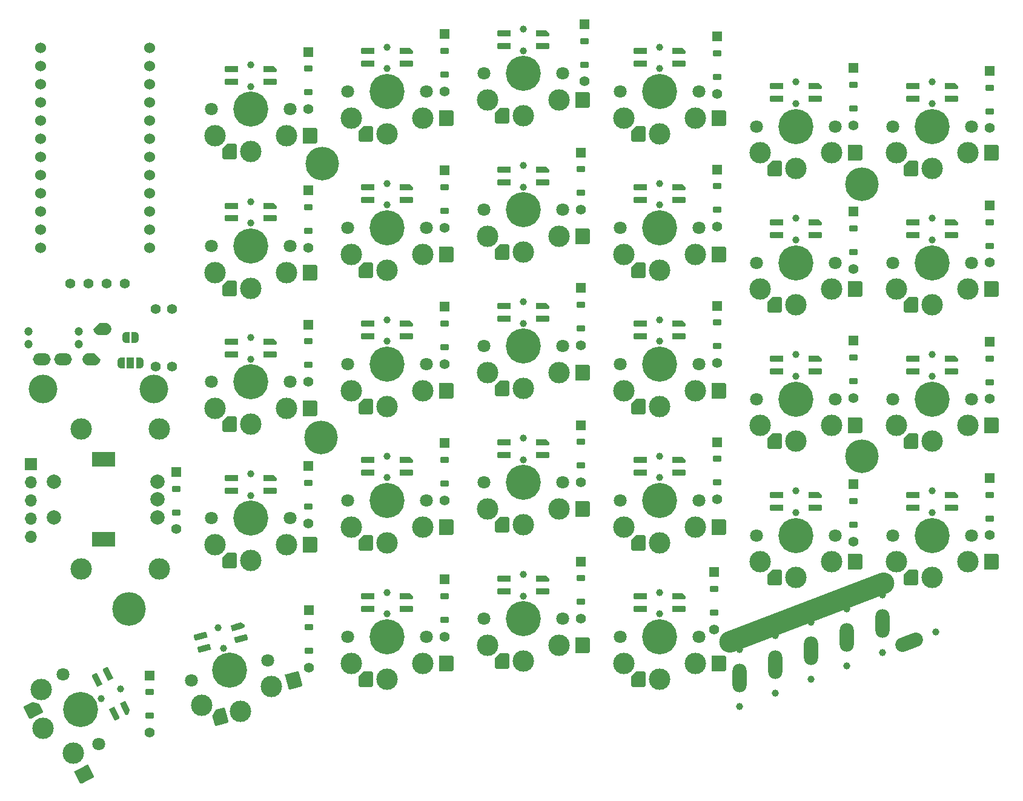
<source format=gts>
G04 #@! TF.GenerationSoftware,KiCad,Pcbnew,(7.0.0-0)*
G04 #@! TF.CreationDate,2023-04-04T19:06:55-07:00*
G04 #@! TF.ProjectId,SofleKeyboard,536f666c-654b-4657-9962-6f6172642e6b,rev?*
G04 #@! TF.SameCoordinates,Original*
G04 #@! TF.FileFunction,Soldermask,Top*
G04 #@! TF.FilePolarity,Negative*
%FSLAX46Y46*%
G04 Gerber Fmt 4.6, Leading zero omitted, Abs format (unit mm)*
G04 Created by KiCad (PCBNEW (7.0.0-0)) date 2023-04-04 19:06:55*
%MOMM*%
%LPD*%
G01*
G04 APERTURE LIST*
G04 Aperture macros list*
%AMRoundRect*
0 Rectangle with rounded corners*
0 $1 Rounding radius*
0 $2 $3 $4 $5 $6 $7 $8 $9 X,Y pos of 4 corners*
0 Add a 4 corners polygon primitive as box body*
4,1,4,$2,$3,$4,$5,$6,$7,$8,$9,$2,$3,0*
0 Add four circle primitives for the rounded corners*
1,1,$1+$1,$2,$3*
1,1,$1+$1,$4,$5*
1,1,$1+$1,$6,$7*
1,1,$1+$1,$8,$9*
0 Add four rect primitives between the rounded corners*
20,1,$1+$1,$2,$3,$4,$5,0*
20,1,$1+$1,$4,$5,$6,$7,0*
20,1,$1+$1,$6,$7,$8,$9,0*
20,1,$1+$1,$8,$9,$2,$3,0*%
%AMHorizOval*
0 Thick line with rounded ends*
0 $1 width*
0 $2 $3 position (X,Y) of the first rounded end (center of the circle)*
0 $4 $5 position (X,Y) of the second rounded end (center of the circle)*
0 Add line between two ends*
20,1,$1,$2,$3,$4,$5,0*
0 Add two circle primitives to create the rounded ends*
1,1,$1,$2,$3*
1,1,$1,$4,$5*%
%AMRotRect*
0 Rectangle, with rotation*
0 The origin of the aperture is its center*
0 $1 length*
0 $2 width*
0 $3 Rotation angle, in degrees counterclockwise*
0 Add horizontal line*
21,1,$1,$2,0,0,$3*%
%AMFreePoly0*
4,1,28,-0.850000,0.400000,-0.842219,0.514750,-0.797860,0.693119,-0.716195,0.857783,-0.601041,1.001041,-0.457783,1.116195,-0.293119,1.197860,-0.114750,1.242219,0.000000,1.250000,0.114750,1.242219,0.293119,1.197860,0.457783,1.116195,0.601041,1.001041,0.716195,0.857783,0.797860,0.693119,0.842219,0.514750,0.850000,0.400000,0.850000,-0.400000,0.000000,-1.250000,-0.114750,-1.242219,
-0.293119,-1.197860,-0.457783,-1.116195,-0.601041,-1.001041,-0.716195,-0.857783,-0.797860,-0.693119,-0.842219,-0.514750,-0.850000,-0.400000,-0.850000,0.400000,-0.850000,0.400000,$1*%
%AMFreePoly1*
4,1,28,-0.850000,0.400000,-0.842219,0.514750,-0.797860,0.693119,-0.716195,0.857783,-0.601041,1.001041,-0.457783,1.116195,-0.293119,1.197860,-0.114750,1.242219,0.000000,1.250000,0.850000,0.400000,0.850000,-0.400000,0.842219,-0.514750,0.797860,-0.693119,0.716195,-0.857783,0.601041,-1.001041,0.457783,-1.116195,0.293119,-1.197860,0.114750,-1.242219,0.000000,-1.250000,-0.114750,-1.242219,
-0.293119,-1.197860,-0.457783,-1.116195,-0.601041,-1.001041,-0.716195,-0.857783,-0.797860,-0.693119,-0.842219,-0.514750,-0.850000,-0.400000,-0.850000,0.400000,-0.850000,0.400000,$1*%
%AMFreePoly2*
4,1,18,-0.744993,0.210051,-0.729004,0.290434,-0.683470,0.358580,-0.615324,0.404114,-0.534941,0.420103,0.324890,0.420103,0.744993,0.000000,0.744993,-0.210051,0.729004,-0.290434,0.683470,-0.358580,0.615324,-0.404114,0.534941,-0.420103,-0.534941,-0.420103,-0.615324,-0.404114,-0.683470,-0.358580,-0.729004,-0.290434,-0.744993,-0.210051,-0.744993,0.210051,-0.744993,0.210051,$1*%
%AMFreePoly3*
4,1,13,-0.915000,0.425000,0.702500,0.425000,0.783820,0.408824,0.852760,0.362760,0.898824,0.293820,0.915000,0.212500,0.915000,-0.212500,0.898824,-0.293820,0.852760,-0.362760,0.783820,-0.408824,0.702500,-0.425000,-0.915000,-0.425000,-0.915000,0.425000,-0.915000,0.425000,$1*%
%AMFreePoly4*
4,1,13,-0.909999,0.425000,0.697499,0.425000,0.778819,0.408824,0.847759,0.362760,0.893823,0.293820,0.909999,0.212500,0.909999,-0.212500,0.893823,-0.293820,0.847759,-0.362760,0.778819,-0.408824,0.697499,-0.425000,-0.909999,-0.425000,-0.909999,0.425000,-0.909999,0.425000,$1*%
%AMFreePoly5*
4,1,18,-1.000000,0.860000,-0.981731,0.951844,-0.929706,1.029706,-0.851844,1.081731,-0.760000,1.100000,0.760000,1.100000,0.851844,1.081731,0.929706,1.029706,0.981731,0.951844,1.000000,0.860000,1.000000,-0.400000,0.300000,-1.100000,-0.760000,-1.100000,-0.851844,-1.081731,-0.929706,-1.029706,-0.981731,-0.951844,-1.000000,-0.860000,-1.000000,0.860000,-1.000000,0.860000,$1*%
%AMFreePoly6*
4,1,13,-1.000000,0.860000,-0.981731,0.951844,-0.929706,1.029706,-0.851844,1.081731,-0.760000,1.100000,1.000000,1.100000,1.000000,-1.100000,-0.760000,-1.100000,-0.851844,-1.081731,-0.929706,-1.029706,-0.981731,-0.951844,-1.000000,-0.860000,-1.000000,0.860000,-1.000000,0.860000,$1*%
%AMFreePoly7*
4,1,19,0.500000,-0.750000,0.000000,-0.750000,0.000000,-0.744911,-0.071157,-0.744911,-0.207708,-0.704816,-0.327430,-0.627875,-0.420627,-0.520320,-0.479746,-0.390866,-0.500000,-0.250000,-0.500000,0.250000,-0.479746,0.390866,-0.420627,0.520320,-0.327430,0.627875,-0.207708,0.704816,-0.071157,0.744911,0.000000,0.744911,0.000000,0.750000,0.500000,0.750000,0.500000,-0.750000,0.500000,-0.750000,
$1*%
%AMFreePoly8*
4,1,19,0.000000,0.744911,0.071157,0.744911,0.207708,0.704816,0.327430,0.627875,0.420627,0.520320,0.479746,0.390866,0.500000,0.250000,0.500000,-0.250000,0.479746,-0.390866,0.420627,-0.520320,0.327430,-0.627875,0.207708,-0.704816,0.071157,-0.744911,0.000000,-0.744911,0.000000,-0.750000,-0.500000,-0.750000,-0.500000,0.750000,0.000000,0.750000,0.000000,0.744911,0.000000,0.744911,
$1*%
%AMFreePoly9*
4,1,19,0.550000,-0.750000,0.000000,-0.750000,0.000000,-0.744911,-0.071157,-0.744911,-0.207708,-0.704816,-0.327430,-0.627875,-0.420627,-0.520320,-0.479746,-0.390866,-0.500000,-0.250000,-0.500000,0.250000,-0.479746,0.390866,-0.420627,0.520320,-0.327430,0.627875,-0.207708,0.704816,-0.071157,0.744911,0.000000,0.744911,0.000000,0.750000,0.550000,0.750000,0.550000,-0.750000,0.550000,-0.750000,
$1*%
%AMFreePoly10*
4,1,19,0.000000,0.744911,0.071157,0.744911,0.207708,0.704816,0.327430,0.627875,0.420627,0.520320,0.479746,0.390866,0.500000,0.250000,0.500000,-0.250000,0.479746,-0.390866,0.420627,-0.520320,0.327430,-0.627875,0.207708,-0.704816,0.071157,-0.744911,0.000000,-0.744911,0.000000,-0.750000,-0.550000,-0.750000,-0.550000,0.750000,0.000000,0.750000,0.000000,0.744911,0.000000,0.744911,
$1*%
G04 Aperture macros list end*
%ADD10C,1.397000*%
%ADD11C,1.200000*%
%ADD12FreePoly0,90.000000*%
%ADD13O,2.500000X1.700000*%
%ADD14FreePoly1,90.000000*%
%ADD15C,4.700000*%
%ADD16C,1.524000*%
%ADD17R,1.400000X1.400000*%
%ADD18RoundRect,0.225000X-0.375000X0.225000X-0.375000X-0.225000X0.375000X-0.225000X0.375000X0.225000X0*%
%ADD19C,1.400000*%
%ADD20C,1.800000*%
%ADD21C,3.000000*%
%ADD22FreePoly2,0.000000*%
%ADD23FreePoly3,0.000000*%
%ADD24R,1.379987X0.840206*%
%ADD25C,4.900000*%
%ADD26C,1.000000*%
%ADD27FreePoly3,180.000000*%
%ADD28FreePoly4,180.000000*%
%ADD29FreePoly5,180.000000*%
%ADD30FreePoly6,180.000000*%
%ADD31FreePoly2,297.000000*%
%ADD32FreePoly3,297.000000*%
%ADD33RotRect,1.379987X0.840206X297.000000*%
%ADD34FreePoly3,117.000000*%
%ADD35FreePoly4,117.000000*%
%ADD36FreePoly5,117.000000*%
%ADD37FreePoly6,117.000000*%
%ADD38C,4.000000*%
%ADD39C,2.000000*%
%ADD40R,3.200000X2.000000*%
%ADD41FreePoly2,15.000000*%
%ADD42FreePoly3,15.000000*%
%ADD43RotRect,1.379987X0.840206X15.000000*%
%ADD44FreePoly3,195.000000*%
%ADD45FreePoly4,195.000000*%
%ADD46FreePoly5,195.000000*%
%ADD47FreePoly6,195.000000*%
%ADD48R,1.700000X1.700000*%
%ADD49O,1.700000X1.700000*%
%ADD50FreePoly7,0.000000*%
%ADD51FreePoly8,0.000000*%
%ADD52FreePoly9,0.000000*%
%ADD53R,1.000000X1.500000*%
%ADD54FreePoly10,0.000000*%
%ADD55O,2.000000X4.000000*%
%ADD56HorizOval,3.000000X10.743351X4.102487X-10.743351X-4.102487X0*%
%ADD57HorizOval,2.000000X-0.934204X-0.356738X0.934204X0.356738X0*%
G04 APERTURE END LIST*
D10*
X107290000Y-85960000D03*
X107290000Y-77880000D03*
X109531965Y-85960000D03*
X109531965Y-77880000D03*
D11*
X89500000Y-82800000D03*
X96500000Y-82800000D03*
X89500000Y-81050000D03*
X96500000Y-81050000D03*
D12*
X98299999Y-84899999D03*
D13*
X94299999Y-84899999D03*
X91299999Y-84899999D03*
D14*
X99799999Y-80699999D03*
D15*
X103520000Y-119790000D03*
D16*
X91160093Y-41456000D03*
X91160093Y-43996000D03*
X91160093Y-46536000D03*
X91160093Y-49076000D03*
X91160093Y-51616000D03*
X91160093Y-54156000D03*
X91160093Y-56696000D03*
X91160093Y-59236000D03*
X91160093Y-61776000D03*
X91160093Y-64316000D03*
X91160093Y-66856000D03*
X91160093Y-69396000D03*
X106400093Y-69396000D03*
X106400093Y-66856000D03*
X106400093Y-64316000D03*
X106400093Y-61776000D03*
X106400093Y-59236000D03*
X106400093Y-56696000D03*
X106400093Y-54156000D03*
X106400093Y-51616000D03*
X106400093Y-49076000D03*
X106400093Y-46536000D03*
X106400093Y-43996000D03*
X106400093Y-41456000D03*
D17*
X128624999Y-41974999D03*
D18*
X128625000Y-44325000D03*
X128625000Y-47625000D03*
D19*
X128625000Y-49975000D03*
D17*
X147674999Y-39474999D03*
D18*
X147675000Y-41825000D03*
X147675000Y-45125000D03*
D19*
X147675000Y-47475000D03*
D17*
X167224999Y-38099999D03*
D18*
X167225000Y-40450000D03*
X167225000Y-43750000D03*
D19*
X167225000Y-46100000D03*
D17*
X185774999Y-39849999D03*
D18*
X185775000Y-42200000D03*
X185775000Y-45500000D03*
D19*
X185775000Y-47850000D03*
D17*
X204824999Y-44249999D03*
D18*
X204825000Y-46600000D03*
X204825000Y-49900000D03*
D19*
X204825000Y-52250000D03*
D17*
X223874999Y-44624999D03*
D18*
X223875000Y-46975000D03*
X223875000Y-50275000D03*
D19*
X223875000Y-52625000D03*
D17*
X128624999Y-80074999D03*
D18*
X128625000Y-82425000D03*
X128625000Y-85725000D03*
D19*
X128625000Y-88075000D03*
D17*
X128624999Y-99874999D03*
D18*
X128625000Y-102225000D03*
X128625000Y-105525000D03*
D19*
X128625000Y-107875000D03*
D17*
X110109999Y-100669999D03*
D18*
X110110000Y-103020000D03*
X110110000Y-106320000D03*
D19*
X110110000Y-108670000D03*
D17*
X106369999Y-129099999D03*
D18*
X106370000Y-131450000D03*
X106370000Y-134750000D03*
D19*
X106370000Y-137100000D03*
D20*
X126050000Y-50000000D03*
D21*
X125550000Y-53700000D03*
D22*
X123404986Y-44379999D03*
D23*
X123234999Y-46134999D03*
D24*
X123019999Y-44379999D03*
D21*
X120550000Y-55900000D03*
D25*
X120550000Y-50000000D03*
D26*
X120550000Y-46799730D03*
X120550000Y-43800000D03*
D27*
X117865000Y-44374999D03*
D28*
X117860000Y-46134999D03*
D21*
X115550000Y-53700000D03*
D20*
X115050000Y-50000000D03*
D29*
X117549999Y-55899999D03*
D30*
X128824999Y-53699999D03*
D20*
X164150000Y-45000000D03*
D21*
X163650000Y-48700000D03*
D22*
X161504986Y-39379999D03*
D23*
X161334999Y-41134999D03*
D24*
X161119999Y-39379999D03*
D21*
X158650000Y-50900000D03*
D25*
X158650000Y-45000000D03*
D26*
X158650000Y-41799730D03*
X158650000Y-38800000D03*
D27*
X155965000Y-39374999D03*
D28*
X155960000Y-41134999D03*
D21*
X153650000Y-48700000D03*
D20*
X153150000Y-45000000D03*
D29*
X155649999Y-50899999D03*
D30*
X166924999Y-48699999D03*
D20*
X126050000Y-88100000D03*
D21*
X125550000Y-91800000D03*
D22*
X123404986Y-82479999D03*
D23*
X123234999Y-84234999D03*
D24*
X123019999Y-82479999D03*
D21*
X120550000Y-94000000D03*
D25*
X120550000Y-88100000D03*
D26*
X120550000Y-84899730D03*
X120550000Y-81900000D03*
D27*
X117865000Y-82474999D03*
D28*
X117860000Y-84234999D03*
D21*
X115550000Y-91800000D03*
D20*
X115050000Y-88100000D03*
D29*
X117549999Y-93999999D03*
D30*
X128824999Y-91799999D03*
D20*
X145100000Y-85600000D03*
D21*
X144600000Y-89300000D03*
D22*
X142454986Y-79979999D03*
D23*
X142284999Y-81734999D03*
D24*
X142069999Y-79979999D03*
D21*
X139600000Y-91500000D03*
D25*
X139600000Y-85600000D03*
D26*
X139600000Y-82399730D03*
X139600000Y-79400000D03*
D27*
X136915000Y-79974999D03*
D28*
X136910000Y-81734999D03*
D21*
X134600000Y-89300000D03*
D20*
X134100000Y-85600000D03*
D29*
X136599999Y-91499999D03*
D30*
X147874999Y-89299999D03*
D20*
X164150000Y-102150000D03*
D21*
X163650000Y-105850000D03*
D22*
X161504986Y-96529999D03*
D23*
X161334999Y-98284999D03*
D24*
X161119999Y-96529999D03*
D21*
X158650000Y-108050000D03*
D25*
X158650000Y-102150000D03*
D26*
X158650000Y-98949730D03*
X158650000Y-95950000D03*
D27*
X155965000Y-96524999D03*
D28*
X155960000Y-98284999D03*
D21*
X153650000Y-105850000D03*
D20*
X153150000Y-102150000D03*
D29*
X155649999Y-108049999D03*
D30*
X166924999Y-105849999D03*
D20*
X202250000Y-109550000D03*
D21*
X201750000Y-113250000D03*
D22*
X199604986Y-103929999D03*
D23*
X199434999Y-105684999D03*
D24*
X199219999Y-103929999D03*
D21*
X196750000Y-115450000D03*
D25*
X196750000Y-109550000D03*
D26*
X196750000Y-106349730D03*
X196750000Y-103350000D03*
D27*
X194065000Y-103924999D03*
D28*
X194060000Y-105684999D03*
D21*
X191750000Y-113250000D03*
D20*
X191250000Y-109550000D03*
D29*
X193749999Y-115449999D03*
D30*
X205024999Y-113249999D03*
D20*
X99292694Y-138741345D03*
D21*
X95768974Y-139975606D03*
D31*
X103099339Y-133833193D03*
D32*
X101458450Y-134478487D03*
D33*
X102924558Y-133490168D03*
D21*
X91538808Y-136519353D03*
D25*
X96795746Y-133840809D03*
D26*
X99647207Y-132387917D03*
X102319986Y-131026068D03*
D34*
X100588693Y-128894760D03*
D35*
X99018251Y-129689328D03*
D21*
X91229069Y-131065541D03*
D20*
X94298798Y-128940273D03*
D36*
X90176835Y-133846332D03*
D37*
X97255792Y-142893652D03*
D38*
X91500000Y-89050000D03*
D10*
X102950000Y-74345000D03*
X100410000Y-74345000D03*
X97870000Y-74345000D03*
X95330000Y-74345000D03*
D38*
X107000000Y-89050000D03*
D39*
X107500000Y-107000000D03*
X107500000Y-102000000D03*
X107500000Y-104500000D03*
D40*
X99999999Y-110099999D03*
X99999999Y-98899999D03*
D39*
X93000000Y-102000000D03*
X93000000Y-107000000D03*
D20*
X122912592Y-126976495D03*
D21*
X123387260Y-130679830D03*
D41*
X118903142Y-122232571D03*
D42*
X119193174Y-123971767D03*
D43*
X118531273Y-122332213D03*
D21*
X119127032Y-134098962D03*
D25*
X117600000Y-128400000D03*
D26*
X116771709Y-125308777D03*
X115995322Y-122411260D03*
D44*
X113550632Y-123661595D03*
D45*
X114001324Y-125362919D03*
D21*
X113728001Y-133268021D03*
D20*
X112287408Y-129823505D03*
D46*
X116229254Y-134875419D03*
D47*
X126550666Y-129832197D03*
D20*
X221300000Y-71450000D03*
D21*
X220800000Y-75150000D03*
D22*
X218654986Y-65829999D03*
D23*
X218484999Y-67584999D03*
D24*
X218269999Y-65829999D03*
D21*
X215800000Y-77350000D03*
D25*
X215800000Y-71450000D03*
D26*
X215800000Y-68249730D03*
X215800000Y-65250000D03*
D27*
X213115000Y-65824999D03*
D28*
X213110000Y-67584999D03*
D21*
X210800000Y-75150000D03*
D20*
X210300000Y-71450000D03*
D29*
X212799999Y-77349999D03*
D30*
X224074999Y-75149999D03*
D20*
X221300000Y-90500000D03*
D21*
X220800000Y-94200000D03*
D22*
X218654986Y-84879999D03*
D23*
X218484999Y-86634999D03*
D24*
X218269999Y-84879999D03*
D21*
X215800000Y-96400000D03*
D25*
X215800000Y-90500000D03*
D26*
X215800000Y-87299730D03*
X215800000Y-84300000D03*
D27*
X213115000Y-84874999D03*
D28*
X213110000Y-86634999D03*
D21*
X210800000Y-94200000D03*
D20*
X210300000Y-90500000D03*
D29*
X212799999Y-96399999D03*
D30*
X224074999Y-94199999D03*
D20*
X221300000Y-109550000D03*
D21*
X220800000Y-113250000D03*
D22*
X218654986Y-103929999D03*
D23*
X218484999Y-105684999D03*
D24*
X218269999Y-103929999D03*
D21*
X215800000Y-115450000D03*
D25*
X215800000Y-109550000D03*
D26*
X215800000Y-106349730D03*
X215800000Y-103350000D03*
D27*
X213115000Y-103924999D03*
D28*
X213110000Y-105684999D03*
D21*
X210800000Y-113250000D03*
D20*
X210300000Y-109550000D03*
D29*
X212799999Y-115449999D03*
D30*
X224074999Y-113249999D03*
D20*
X183200000Y-47500000D03*
D21*
X182700000Y-51200000D03*
D22*
X180554986Y-41879999D03*
D23*
X180384999Y-43634999D03*
D24*
X180169999Y-41879999D03*
D21*
X177700000Y-53400000D03*
D25*
X177700000Y-47500000D03*
D26*
X177700000Y-44299730D03*
X177700000Y-41300000D03*
D27*
X175015000Y-41874999D03*
D28*
X175010000Y-43634999D03*
D21*
X172700000Y-51200000D03*
D20*
X172200000Y-47500000D03*
D29*
X174699999Y-53399999D03*
D30*
X185974999Y-51199999D03*
D15*
X206000000Y-60500000D03*
D17*
X128624999Y-61324999D03*
D18*
X128625000Y-63675000D03*
X128625000Y-66975000D03*
D19*
X128625000Y-69325000D03*
D17*
X147674999Y-58524999D03*
D18*
X147675000Y-60875000D03*
X147675000Y-64175000D03*
D19*
X147675000Y-66525000D03*
D17*
X166724999Y-56024999D03*
D18*
X166725000Y-58375000D03*
X166725000Y-61675000D03*
D19*
X166725000Y-64025000D03*
D17*
X185774999Y-58399999D03*
D18*
X185775000Y-60750000D03*
X185775000Y-64050000D03*
D19*
X185775000Y-66400000D03*
D17*
X204824999Y-64299999D03*
D18*
X204825000Y-66650000D03*
X204825000Y-69950000D03*
D19*
X204825000Y-72300000D03*
D17*
X223874999Y-63424999D03*
D18*
X223875000Y-65775000D03*
X223875000Y-69075000D03*
D19*
X223875000Y-71425000D03*
D20*
X202250000Y-52400000D03*
D21*
X201750000Y-56100000D03*
D22*
X199604986Y-46779999D03*
D23*
X199434999Y-48534999D03*
D24*
X199219999Y-46779999D03*
D21*
X196750000Y-58300000D03*
D25*
X196750000Y-52400000D03*
D26*
X196750000Y-49199730D03*
X196750000Y-46200000D03*
D27*
X194065000Y-46774999D03*
D28*
X194060000Y-48534999D03*
D21*
X191750000Y-56100000D03*
D20*
X191250000Y-52400000D03*
D29*
X193749999Y-58299999D03*
D30*
X205024999Y-56099999D03*
D20*
X145100000Y-66550000D03*
D21*
X144600000Y-70250000D03*
D22*
X142454986Y-60929999D03*
D23*
X142284999Y-62684999D03*
D24*
X142069999Y-60929999D03*
D21*
X139600000Y-72450000D03*
D25*
X139600000Y-66550000D03*
D26*
X139600000Y-63349730D03*
X139600000Y-60350000D03*
D27*
X136915000Y-60924999D03*
D28*
X136910000Y-62684999D03*
D21*
X134600000Y-70250000D03*
D20*
X134100000Y-66550000D03*
D29*
X136599999Y-72449999D03*
D30*
X147874999Y-70249999D03*
D20*
X183200000Y-66550000D03*
D21*
X182700000Y-70250000D03*
D22*
X180554986Y-60929999D03*
D23*
X180384999Y-62684999D03*
D24*
X180169999Y-60929999D03*
D21*
X177700000Y-72450000D03*
D25*
X177700000Y-66550000D03*
D26*
X177700000Y-63349730D03*
X177700000Y-60350000D03*
D27*
X175015000Y-60924999D03*
D28*
X175010000Y-62684999D03*
D21*
X172700000Y-70250000D03*
D20*
X172200000Y-66550000D03*
D29*
X174699999Y-72449999D03*
D30*
X185974999Y-70249999D03*
D20*
X164150000Y-64050000D03*
D21*
X163650000Y-67750000D03*
D22*
X161504986Y-58429999D03*
D23*
X161334999Y-60184999D03*
D24*
X161119999Y-58429999D03*
D21*
X158650000Y-69950000D03*
D25*
X158650000Y-64050000D03*
D26*
X158650000Y-60849730D03*
X158650000Y-57850000D03*
D27*
X155965000Y-58424999D03*
D28*
X155960000Y-60184999D03*
D21*
X153650000Y-67750000D03*
D20*
X153150000Y-64050000D03*
D29*
X155649999Y-69949999D03*
D30*
X166924999Y-67749999D03*
D20*
X183200000Y-85600000D03*
D21*
X182700000Y-89300000D03*
D22*
X180554986Y-79979999D03*
D23*
X180384999Y-81734999D03*
D24*
X180169999Y-79979999D03*
D21*
X177700000Y-91500000D03*
D25*
X177700000Y-85600000D03*
D26*
X177700000Y-82399730D03*
X177700000Y-79400000D03*
D27*
X175015000Y-79974999D03*
D28*
X175010000Y-81734999D03*
D21*
X172700000Y-89300000D03*
D20*
X172200000Y-85600000D03*
D29*
X174699999Y-91499999D03*
D30*
X185974999Y-89299999D03*
D20*
X221300000Y-52400000D03*
D21*
X220800000Y-56100000D03*
D22*
X218654986Y-46779999D03*
D23*
X218484999Y-48534999D03*
D24*
X218269999Y-46779999D03*
D21*
X215800000Y-58300000D03*
D25*
X215800000Y-52400000D03*
D26*
X215800000Y-49199730D03*
X215800000Y-46200000D03*
D27*
X213115000Y-46774999D03*
D28*
X213110000Y-48534999D03*
D21*
X210800000Y-56100000D03*
D20*
X210300000Y-52400000D03*
D29*
X212799999Y-58299999D03*
D30*
X224074999Y-56099999D03*
D20*
X126050000Y-69100000D03*
D21*
X125550000Y-72800000D03*
D22*
X123404986Y-63479999D03*
D23*
X123234999Y-65234999D03*
D24*
X123019999Y-63479999D03*
D21*
X120550000Y-75000000D03*
D25*
X120550000Y-69100000D03*
D26*
X120550000Y-65899730D03*
X120550000Y-62900000D03*
D27*
X117865000Y-63474999D03*
D28*
X117860000Y-65234999D03*
D21*
X115550000Y-72800000D03*
D20*
X115050000Y-69100000D03*
D29*
X117549999Y-74999999D03*
D30*
X128824999Y-72799999D03*
D20*
X183200000Y-123700000D03*
D21*
X182700000Y-127400000D03*
D22*
X180554986Y-118079999D03*
D23*
X180384999Y-119834999D03*
D24*
X180169999Y-118079999D03*
D21*
X177700000Y-129600000D03*
D25*
X177700000Y-123700000D03*
D26*
X177700000Y-120499730D03*
X177700000Y-117500000D03*
D27*
X175015000Y-118074999D03*
D28*
X175010000Y-119834999D03*
D21*
X172700000Y-127400000D03*
D20*
X172200000Y-123700000D03*
D29*
X174699999Y-129599999D03*
D30*
X185974999Y-127399999D03*
D20*
X202250000Y-71450000D03*
D21*
X201750000Y-75150000D03*
D22*
X199604986Y-65829999D03*
D23*
X199434999Y-67584999D03*
D24*
X199219999Y-65829999D03*
D21*
X196750000Y-77350000D03*
D25*
X196750000Y-71450000D03*
D26*
X196750000Y-68249730D03*
X196750000Y-65250000D03*
D27*
X194065000Y-65824999D03*
D28*
X194060000Y-67584999D03*
D21*
X191750000Y-75150000D03*
D20*
X191250000Y-71450000D03*
D29*
X193749999Y-77349999D03*
D30*
X205024999Y-75149999D03*
D20*
X183200000Y-104650000D03*
D21*
X182700000Y-108350000D03*
D22*
X180554986Y-99029999D03*
D23*
X180384999Y-100784999D03*
D24*
X180169999Y-99029999D03*
D21*
X177700000Y-110550000D03*
D25*
X177700000Y-104650000D03*
D26*
X177700000Y-101449730D03*
X177700000Y-98450000D03*
D27*
X175015000Y-99024999D03*
D28*
X175010000Y-100784999D03*
D21*
X172700000Y-108350000D03*
D20*
X172200000Y-104650000D03*
D29*
X174699999Y-110549999D03*
D30*
X185974999Y-108349999D03*
D20*
X202250000Y-90500000D03*
D21*
X201750000Y-94200000D03*
D22*
X199604986Y-84879999D03*
D23*
X199434999Y-86634999D03*
D24*
X199219999Y-84879999D03*
D21*
X196750000Y-96400000D03*
D25*
X196750000Y-90500000D03*
D26*
X196750000Y-87299730D03*
X196750000Y-84300000D03*
D27*
X194065000Y-84874999D03*
D28*
X194060000Y-86634999D03*
D21*
X191750000Y-94200000D03*
D20*
X191250000Y-90500000D03*
D29*
X193749999Y-96399999D03*
D30*
X205024999Y-94199999D03*
D20*
X164150000Y-121200000D03*
D21*
X163650000Y-124900000D03*
D22*
X161504986Y-115579999D03*
D23*
X161334999Y-117334999D03*
D24*
X161119999Y-115579999D03*
D21*
X158650000Y-127100000D03*
D25*
X158650000Y-121200000D03*
D26*
X158650000Y-117999730D03*
X158650000Y-115000000D03*
D27*
X155965000Y-115574999D03*
D28*
X155960000Y-117334999D03*
D21*
X153650000Y-124900000D03*
D20*
X153150000Y-121200000D03*
D29*
X155649999Y-127099999D03*
D30*
X166924999Y-124899999D03*
D20*
X164150000Y-83100000D03*
D21*
X163650000Y-86800000D03*
D22*
X161504986Y-77479999D03*
D23*
X161334999Y-79234999D03*
D24*
X161119999Y-77479999D03*
D21*
X158650000Y-89000000D03*
D25*
X158650000Y-83100000D03*
D26*
X158650000Y-79899730D03*
X158650000Y-76900000D03*
D27*
X155965000Y-77474999D03*
D28*
X155960000Y-79234999D03*
D21*
X153650000Y-86800000D03*
D20*
X153150000Y-83100000D03*
D29*
X155649999Y-88999999D03*
D30*
X166924999Y-86799999D03*
D20*
X145100000Y-47500000D03*
D21*
X144600000Y-51200000D03*
D22*
X142454986Y-41879999D03*
D23*
X142284999Y-43634999D03*
D24*
X142069999Y-41879999D03*
D21*
X139600000Y-53400000D03*
D25*
X139600000Y-47500000D03*
D26*
X139600000Y-44299730D03*
X139600000Y-41300000D03*
D27*
X136915000Y-41874999D03*
D28*
X136910000Y-43634999D03*
D21*
X134600000Y-51200000D03*
D20*
X134100000Y-47500000D03*
D29*
X136599999Y-53399999D03*
D30*
X147874999Y-51199999D03*
D17*
X128639999Y-120009999D03*
D18*
X128640000Y-122360000D03*
X128640000Y-125660000D03*
D19*
X128640000Y-128010000D03*
D20*
X145100000Y-104650000D03*
D21*
X144600000Y-108350000D03*
D22*
X142454986Y-99029999D03*
D23*
X142284999Y-100784999D03*
D24*
X142069999Y-99029999D03*
D21*
X139600000Y-110550000D03*
D25*
X139600000Y-104650000D03*
D26*
X139600000Y-101449730D03*
X139600000Y-98450000D03*
D27*
X136915000Y-99024999D03*
D28*
X136910000Y-100784999D03*
D21*
X134600000Y-108350000D03*
D20*
X134100000Y-104650000D03*
D29*
X136599999Y-110549999D03*
D30*
X147874999Y-108349999D03*
D15*
X206000000Y-98500000D03*
D17*
X166724999Y-74949999D03*
D18*
X166725000Y-77300000D03*
X166725000Y-80600000D03*
D19*
X166725000Y-82950000D03*
D17*
X204824999Y-82349999D03*
D18*
X204825000Y-84700000D03*
X204825000Y-88000000D03*
D19*
X204825000Y-90350000D03*
D17*
X223874999Y-82474999D03*
D18*
X223875000Y-84825000D03*
X223875000Y-88125000D03*
D19*
X223875000Y-90475000D03*
D17*
X147674999Y-115674999D03*
D18*
X147675000Y-118025000D03*
X147675000Y-121325000D03*
D19*
X147675000Y-123675000D03*
D17*
X166724999Y-113174999D03*
D18*
X166725000Y-115525000D03*
X166725000Y-118825000D03*
D19*
X166725000Y-121175000D03*
D17*
X223874999Y-101524999D03*
D18*
X223875000Y-103875000D03*
X223875000Y-107175000D03*
D19*
X223875000Y-109525000D03*
D17*
X147674999Y-96624999D03*
D18*
X147675000Y-98975000D03*
X147675000Y-102275000D03*
D19*
X147675000Y-104625000D03*
D17*
X166724999Y-94124999D03*
D18*
X166725000Y-96475000D03*
X166725000Y-99775000D03*
D19*
X166725000Y-102125000D03*
D17*
X185774999Y-96499999D03*
D18*
X185775000Y-98850000D03*
X185775000Y-102150000D03*
D19*
X185775000Y-104500000D03*
D17*
X204824999Y-102399999D03*
D18*
X204825000Y-104750000D03*
X204825000Y-108050000D03*
D19*
X204825000Y-110400000D03*
D17*
X147674999Y-77574999D03*
D18*
X147675000Y-79925000D03*
X147675000Y-83225000D03*
D19*
X147675000Y-85575000D03*
D17*
X185274999Y-114674999D03*
D18*
X185275000Y-117025000D03*
X185275000Y-120325000D03*
D19*
X185275000Y-122675000D03*
D20*
X145100000Y-123700000D03*
D21*
X144600000Y-127400000D03*
D22*
X142454986Y-118079999D03*
D23*
X142284999Y-119834999D03*
D24*
X142069999Y-118079999D03*
D21*
X139600000Y-129600000D03*
D25*
X139600000Y-123700000D03*
D26*
X139600000Y-120499730D03*
X139600000Y-117500000D03*
D27*
X136915000Y-118074999D03*
D28*
X136910000Y-119834999D03*
D21*
X134600000Y-127400000D03*
D20*
X134100000Y-123700000D03*
D29*
X136599999Y-129599999D03*
D30*
X147874999Y-127399999D03*
D15*
X130527120Y-57573640D03*
X130375120Y-95852640D03*
D21*
X96833857Y-94650000D03*
X96833857Y-114250000D03*
X107733857Y-94650000D03*
X107733857Y-114250000D03*
D48*
X89783856Y-99549999D03*
D49*
X89783856Y-102089999D03*
X89783856Y-104629999D03*
X89783856Y-107169999D03*
X89783856Y-109709999D03*
D50*
X103090000Y-81925000D03*
D51*
X104390000Y-81925000D03*
D52*
X102440000Y-85410000D03*
D53*
X103739999Y-85409999D03*
D54*
X105040000Y-85410000D03*
D26*
X188840000Y-125465000D03*
D55*
X188839999Y-129464999D03*
D26*
X188840000Y-133465000D03*
X193840000Y-123570000D03*
D55*
X193839999Y-127569999D03*
D26*
X193840000Y-131570000D03*
D56*
X198259999Y-120324999D03*
D26*
X198840000Y-121675000D03*
D55*
X198839999Y-125674999D03*
D26*
X198840000Y-129675000D03*
X203840000Y-119780000D03*
D55*
X203839999Y-123779999D03*
D26*
X203840000Y-127780000D03*
X208850000Y-117885000D03*
D55*
X208849999Y-121884999D03*
D26*
X208850000Y-125885000D03*
D57*
X212586817Y-124458047D03*
D26*
X216323636Y-123031096D03*
D17*
X185774999Y-77449999D03*
D18*
X185775000Y-79800000D03*
X185775000Y-83100000D03*
D19*
X185775000Y-85450000D03*
D20*
X126050000Y-107150000D03*
D21*
X125550000Y-110850000D03*
D22*
X123404986Y-101529999D03*
D23*
X123234999Y-103284999D03*
D24*
X123019999Y-101529999D03*
D21*
X120550000Y-113050000D03*
D25*
X120550000Y-107150000D03*
D26*
X120550000Y-103949730D03*
X120550000Y-100950000D03*
D27*
X117865000Y-101524999D03*
D28*
X117860000Y-103284999D03*
D21*
X115550000Y-110850000D03*
D20*
X115050000Y-107150000D03*
D29*
X117549999Y-113049999D03*
D30*
X128824999Y-110849999D03*
M02*

</source>
